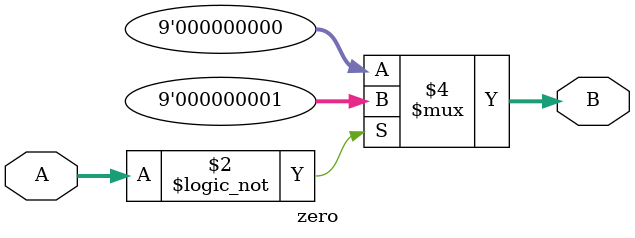
<source format=v>
`timescale 1ns / 1ps

module add_1bit(
    input wire A,
    input wire B,
    input wire Cin,
    output wire S,
    output wire Cout);

    assign S = (A ^ B) ^ Cin;
    assign Cout = ((A ^ B) & Cin) | (A & B);

endmodule

//testbench
module add1bit_tb();
    reg v;
    reg w;
    reg x;
    wire y;
    wire z;

    add_1bit tb0(
        .A(v),
        .B(w),
        .Cin(x),
        .S(y),
        .Cout(z));
        
    initial begin
        v = 0;
        w = 0;
        x = 0;
        #5
        v = 0;
        w = 1;
        x = 0;
        #5
        v = 0;
        w = 0;
        x = 1;
        #5
        v = 1;
        w = 1;
        x = 0;
        #5
        v = 1;
        w = 1;
        x = 1;
        #5
        $finish;

    end
endmodule

module add_9bit(
    input wire [8:0] A,
    input wire [8:0] B,
    input wire Cin,
    output wire [8:0] Sum,
    output wire Cout);

    wire C_add0;
    wire C_add1;
    wire C_add2;
    wire C_add3;
    wire C_add4;
    wire C_add5;
    wire C_add6;
    wire C_add7;

    add_1bit add0(
        .A(A[0]),
        .B(B[0]),
        .Cin(Cin),
        .S(Sum[0]),
        .Cout(C_add0));

    add_1bit add1(
        .A(A[1]),
        .B(B[1]),
        .Cin(C_add0),
        .S(Sum[1]),
        .Cout(C_add1));
        
    add_1bit add2(
        .A(A[2]),
        .B(B[2]),
        .Cin(C_add1),
        .S(Sum[2]),
        .Cout(C_add2));
        
    add_1bit add3(
        .A(A[3]),
        .B(B[3]),
        .Cin(C_add2),
        .S(Sum[3]),
        .Cout(C_add3));
        
    add_1bit add4(
        .A(A[4]),
        .B(B[4]),
        .Cin(C_add3),
        .S(Sum[4]),
        .Cout(C_add4));
        
    add_1bit add5(
        .A(A[5]),
        .B(B[5]),
        .Cin(C_add4),
        .S(Sum[5]),
        .Cout(C_add5));
        
    add_1bit add6(
        .A(A[6]),
        .B(B[6]),
        .Cin(C_add5),
        .S(Sum[6]),
        .Cout(C_add6));
        
    add_1bit add7(
        .A(A[7]),
        .B(B[7]),
        .Cin(C_add6),
        .S(Sum[7]),
        .Cout(C_add7));
        
    add_1bit add8(
        .A(A[8]),
        .B(B[8]),
        .Cin(C_add7),
        .S(Sum[8]),
        .Cout(Cout));

endmodule

//testbench
module add9bit_tb();
    reg [8:0] a,b;
    reg cin;
    wire [8:0] s;
    wire cout;

    add_9bit tb0(
        .A(a),
        .B(b),
        .Cin(cin),
        .Sum(s),
        .Cout(cout));
    
    
    initial begin
        a = 9'b000000000;
        b = 9'b000000000;
        cin = 0;
        #5
        a = 9'b000000001;
        b = 9'b000000000;
        cin = 0;
        #5
        a = 9'b000000000;
        b = 9'b000000001;
        cin = 1;
        #5
        a = 9'b000000001;
        b = 9'b000000001;
        cin = 0;
        #5
        a = 9'b000001000;
        b = 9'b000000001;
        cin = 1;
    end
endmodule

module and_9bit(
    input wire [8:0] A,
    input wire [8:0] B,
    output wire [8:0] C);

    assign C = A & B;

endmodule

//testbench
module and9bit_tb();
    reg [8:0] a,b;
    wire [8:0] c;

    and_9bit and0(
        .A(a),
        .B(b),
        .C(c));
    
    initial begin
        a = 9'b000000000;
        b = 9'b000000000;
        #5
        a = 9'b000000000;
        b = 9'b000000001;
        #5
        a = 9'b000000001;
        b = 9'b000000000;
        #5
        a = 9'b000000001;
        b = 9'b000000001;
        #5
        a = 9'b000100001;
        b = 9'b000000001;
        #5
        a = 9'b000100001;
        b = 9'b000100001;
        #5
        $finish;

    end
endmodule

module decoder (
    input wire en,
    input wire [1:0] index,
    output reg [3:0] regOut);
    
    always @(en, index)begin
        if(en == 1)begin
            case(index) 
            2'b00: regOut <= 4'b0001; 
            2'b01: regOut <= 4'b0010;
            2'b10: regOut <= 4'b0100;
            2'b11: regOut <= 4'b1000;
            default: regOut <= 4'bxxxx; 
        endcase 
        end
    end
endmodule

//testbench
module decoder_tb();
    reg enable;
    reg [1:0] indexIn;
    wire [3:0] regOut;

    decoder dec0(
        .en(enable),
        .index(indexIn),
        .regOut(regOut));
    
    initial begin
        enable = 0;
        indexIn = 2'b00;
        #5
        enable = 1;
        #5
        indexIn = 2'b01;
        #5
        indexIn = 2'b10;
        #5
        indexIn = 2'b11;
        #5
        $finish;

    end
endmodule

module gen_clock();
    reg clk;
    initial begin
        clk = 1'b0;
    end
    always begin
        #5 clk = ~clk; // Period to be determined
    end
endmodule

module less_than(
    input wire [8:0] A,B,
    output wire [8:0] C);
    
    wire [8:0] D;
    
    sub_9bit sub0(
        .A(A),
        .B(B),
        .C(D));
        
    assign C = {8'b00000000,D[8]};
    // 1 if A is less than B
    // 0 if B is greater than or equal to A
endmodule

module mux_2_1(
    input wire switch,
    input wire [8:0] A,B,
    output reg [8:0] out);
           
    always @(A,B,switch) begin
        case (switch)
            1'b0 : out = A;
            1'b1 : out = B;
            default : out = 9'bxxxxxxxxx;
        endcase
    end
endmodule

//testbench
module mux_2_1_tb();
    reg s;
    reg [8:0] a,b;
    wire [8:0] c;

    mux_2_1 tb0(
        .switch(s),
        .A(a),
        .B(b),
        .out(c));
    
    initial begin
        s = 0;
        a = 9'b000000101;
        b = 9'b000000000;
        #5
        s = 1;
        a = 9'b000000001;
        b = 9'b000100001;
        #5
        s = 0;
        a = 9'b000000000;
        b = 9'b000000001;
        #5
        s = 1;
        a = 9'b000000001;
        b = 9'b000000001;
        #5
        s = 0;
        a = 9'b000010001;
        b = 9'b000000001;
        #5
        s = 1;
        a = 9'b000010001;
        b = 9'b000010111;
        #5
        $finish;

    end
endmodule

module mux_4_1(input wire [1:0] switch,
           input wire [8:0] A,B,C,D,
           output reg [8:0] out);
           
    always @(A,B,C,D,switch) begin
        case (switch)
            2'b00 : out = A;
            2'b01 : out = B;
            2'b10 : out = C;
            2'b11 : out = D;
            default : out = 9'bxxxxxxxxx;
        endcase
    end

endmodule

//testbench
module mux_4_1_tb();
    reg [1:0] s;
    reg [8:0] a,b,c,d;
    wire [8:0] e;

    mux_4_1 tb0(
        .switch(s),
        .A(a),
        .B(b),
        .C(c),
        .D(d),
        .out(e));
    
    initial begin
        s = 2'b00;
        a = 9'b000000101;
        b = 9'b000111100;
        c = 9'b001001001;
        d = 9'b100000000;
        #5
        s = 2'b01;
        a = 9'b000000101;
        b = 9'b000111100;
        c = 9'b001001001;
        d = 9'b100000000;
        #5
        s = 2'b10;
        a = 9'b000000101;
        b = 9'b000111100;
        c = 9'b001001001;
        d = 9'b100000000;
        #5
        s = 2'b11;
        a = 9'b000000101;
        b = 9'b000111100;
        c = 9'b001001001;
        d = 9'b100000000;
        #5
        $finish;

    end
endmodule

module mux_8_1(
    input wire [2:0] switch,
    input wire [8:0] A,B,C,D,E,F,G,H,
    output reg [8:0] out);
           
    always @(A,B,C,D,E,F,G,H,switch) begin
        case (switch)
            3'b000 : out = A;
            3'b001 : out = B;
            3'b010 : out = C;
            3'b011 : out = D;
            3'b100 : out = E;
            3'b101 : out = F;
            3'b110 : out = G;
            3'b111 : out = H;
            default : out = 9'bxxxxxxxxx;
        endcase
    end
endmodule

//testbench
module mux_8_1_tb();
    reg [2:0] s;
    reg [8:0] a,b,c,d,e,f,g,h;
    wire [8:0] out;

    mux_8_1 tb0(
        .switch(s),
        .A(a),
        .B(b),
        .C(c),
        .D(d),
        .E(e),
        .F(f),
        .G(g),
        .H(h),
        .out(out));
    
    initial begin
        s = 3'b000;
        a = 9'b000000101;
        b = 9'b000111100;
        c = 9'b001001001;
        d = 9'b100110000;
        e = 9'b010000101;
        f = 9'b010111100;
        g = 9'b011001001;
        h = 9'b111000000;
        #5
        s = 3'b001;
        #5
        s = 3'b010;
        #5
        s = 3'b011;
        #5
        s = 3'b100;
        #5
        s = 3'b101;
        #5
        s = 3'b110;
        #5
        s = 3'b111;
        #5
        $finish;

    end
endmodule

module mux_16_1(
    input wire [3:0] switch,
    input wire [8:0] A,B,C,D,E,F,G,H,I,J,K,L,M,N,O,P,
    output reg [8:0] out);
           
    always @(A,B,C,D,E,F,G,H,switch) begin
        case (switch)
            4'b0000 : out = A;
            4'b0001 : out = B;
            4'b0010 : out = C;
            4'b0011 : out = D;
            4'b0100 : out = E;
            4'b0101 : out = F;
            4'b0110 : out = G;
            4'b0111 : out = H;
            4'b1000 : out = I;
            4'b1001 : out = J;
            4'b1010 : out = K;
            4'b1011 : out = L;
            4'b1100 : out = M;
            4'b1101 : out = N;
            4'b1110 : out = O;
            4'b1111 : out = P;
            default : out = 9'bxxxxxxxxx;
        endcase
    end
endmodule

//testbench
module mux_16_1_tb();
    reg [2:0] switch;
    reg [8:0] a,b,c,d,e,f,g,h,i,j,k,l,m,n,o,p;
    wire [8:0] out;

    mux_16_1 tb0(
        .switch(switch),
        .A(a),
        .B(b),
        .C(c),
        .D(d),
        .E(e),
        .F(f),
        .G(g),
        .H(h),
        .I(i),
        .J(j),
        .K(k),
        .L(l),
        .M(m),
        .N(n),
        .O(o),
        .P(p),
        .out(out));
    
    initial begin
        switch = 4'b0000;
        a = 9'b000000101;
        b = 9'b000111100;
        c = 9'b001001001;
        d = 9'b100110000;
        e = 9'b010000101;
        f = 9'b010111100;
        g = 9'b011001001;
        h = 9'b111000000;
        i = 9'b100100101;
        j = 9'b000001100;
        k = 9'b001001001;
        l = 9'b100110011;
        m = 9'b010111101;
        n = 9'b010110100;
        o = 9'b100101001;
        p = 9'b111001100;
        #5
        switch = 4'b0001;
        #5
        switch = 4'b0010;
        #5
        switch = 4'b0011;
        #5
        switch = 4'b0100;
        #5
        switch = 4'b0101;
        #5
        switch = 4'b0110;
        #5
        switch = 4'b0111;
        #5
        switch = 4'b1000;
        #5
        switch = 4'b1001;
        #5
        switch = 4'b1010;
        #5
        switch = 4'b1011;
        #5
        switch = 4'b1100;
        #5
        switch = 4'b1101;
        #5
        switch = 4'b1110;
        #5
        switch = 4'b1111;
        #5
        $finish;

    end
endmodule

module nor_9bit(
    input wire [8:0] A,
    input wire [8:0] B,
    output wire [8:0] C);
    
    assign C = ~(A | B);

endmodule

//testbench
module nor_9bit_tb();
    reg [8:0] a;
    reg [8:0] b;
    wire [8:0] c;

    nor_9bit nor0(
        .A(a),
        .B(b),
        .C(c));
    
    initial begin
        a = 9'b000000000;
        b = 9'b000000000;
        #5
        a = 9'b000000000;
        b = 9'b000000001;
        #5
        a = 9'b000000001;
        b = 9'b000000000;
        #5
        a = 9'b000000001;
        b = 9'b000000001;
        #5
        a = 9'b000100001;
        b = 9'b000000001;
        #5
        a = 9'b000100001;
        b = 9'b000100001;
        #5
        $finish;

    end
endmodule

module not_9bit(
    input wire [8:0] A,
    output wire [8:0] B);

    assign B = ~A;

endmodule

//testbench
module not_9bit_tb();
    reg [8:0] a;
    wire [8:0] b;

    not_9bit not0(
        .A(a),
        .B(b));
    
    initial begin
        a = 9'b000000000;
        #5
        a = 9'b000000001;
        #5
        a = 9'b000111000;
        #5
        a = 9'b010101010;
        #5
        a = 9'b101010101;
        #5
        a = 9'b111111111;
        #5
        a = 9'b100000001;
        #5
        $finish;

    end
endmodule

module or_9bit(
    input wire [8:0] A,
    input wire [8:0] B,
    output wire [8:0] C);
    
    assign C = A | B;

endmodule

//testbench
module or_9bit_tb();
    reg [8:0] a;
    reg [8:0] b;
    wire [8:0] c;

    or_9bit tb0(
        .A(a),
        .B(b),
        .C(c));
    
    initial begin
        a = 9'b000000000;
        b = 9'b000000000;
        #5
        a = 9'b111111111;
        b = 9'b111111111;
        #5
        a = 9'b111111111;
        b = 9'b000000000;
        #5
        a = 9'b000000000;
        b = 9'b111111111;
        #5
        a = 9'b000000000;
        b = 9'b111111111;
        #5
        a = 9'b010101010;
        b = 9'b111111111;
        #5
        a = 9'b010101010;
        b = 9'b101010101;
        #5
        a = 9'b000011111;
        b = 9'b111111111;
        #5
        a = 9'b000000000;
        b = 9'b000010000;
        #5
        $finish;

    end
endmodule

module register(
    input wire clk, reset,
    input wire En,
    input wire [8:0] Din,
    output reg [8:0] Dout);
                
    always @(posedge clk) begin
        if (reset == 1'b1) begin
            Dout = 9'b000000000;
        end
        else if (En == 1'b0) begin
            Dout = Din;
        end
        else begin
        Dout = Dout;
        end
    end
endmodule

//testbench
module register_tb();
    reg clk,reset;
    reg [1:0] En;
    reg [8:0] Din;
    wire [8:0] Dout;

    register tb0(
        .clk(clk),
        .reset(reset),
        .En(En),
        .Din(Din),
        .Dout(Dout));
    
    initial begin
        clk = 0;
        reset = 0;
        En = 2'b00;
        Din = 9'b000000000;
        #5
        clk = 1;
        #5
        clk = 0;
        reset = 0;
        En = 2'b00;
        Din = 9'b010101010;
        #5
        clk = 1;
        #5
        clk = 0;
        reset = 1;
        En = 2'b00;
        Din = 9'b010101010;
        #5
        clk = 1;
        #5
        clk = 0;
        reset = 0;
        En = 2'b01;
        Din = 9'b101010101;
        #5
        clk = 1;
        #5
        clk = 0;
        reset = 0;
        En = 2'b00;
        Din = 9'b000011111;
        #5
        clk = 1;
        #5
        clk = 0;
        #5
        $finish;

    end
endmodule 
    
module shift_left(
    input wire [8:0] A,
    output wire [8:0] B);
    
    assign B = {A[7:0],1'b0};

endmodule

//testbench
module shift_left_tb();
    reg [8:0] a;
    wire [8:0] b;

    shift_left tb0(
        .A(a),
        .B(b));
    
    initial begin
        a = 9'b000000000;
        #5
        a = 9'b000000001;
        #5
        a = 9'b000111000;
        #5
        a = 9'b010101010;
        #5
        a = 9'b101010101;
        #5
        a = 9'b111111111;
        #5
        a = 9'b100000001;
        #5
        $finish;

    end
endmodule

module shift_right_logical(
    input wire [8:0] A,
    output wire [8:0] B);
    
    assign B = {1'b0,A[8:1]};

endmodule

//testbench
module shift_right_logical_tb();
    reg [8:0] a;
    wire [8:0] b;

    shift_right_logical tb0(
        .A(a),
        .B(b));

    initial begin
        a = 9'b000000000;
        #5
        a = 9'b000000001;
        #5
        a = 9'b000111000;
        #5
        a = 9'b010101010;
        #5
        a = 9'b101010101;
        #5
        a = 9'b111111111;
        #5
        a = 9'b100000001;
        #5
        $finish;

    end
endmodule

module shift_right_arithmetic(
    input wire [8:0] A,
    output wire [8:0] B);
    
    assign B = {A[8],A[8:1]};

endmodule

//testbench
module shift_right_arithmetic_tb();
    reg [8:0] a;
    wire [8:0] b;

    shift_right_arithmetic tb0(
        .A(a),
        .B(b));

    initial begin
        a = 9'b000000000;
        #5
        a = 9'b000000001;
        #5
        a = 9'b000111000;
        #5
        a = 9'b010101010;
        #5
        a = 9'b101010101;
        #5
        a = 9'b111111111;
        #5
        a = 9'b100000001;
        #5
        $finish;

    end
endmodule

module sub_9bit(
    input wire [8:0] A,
    input wire [8:0] B,
    output wire [8:0] C);
    
    wire [8:0] D;
    
    twos_compliment_9bit two_comp0(
        .A(B),
        .B(D));
    
    add_9bit add0(
        .A(A),
        .B(D),
        .Cin(1'b0),
        .Sum(C));

endmodule

//testbench
module sub_9bit_tb();
    reg [8:0] a;
    reg [8:0] b;
    wire [8:0] c;

    sub_9bit tb0(
        .A(a),
        .B(b),
        .C(c));
    
    initial begin
        a = 9'b000000000;
        b = 9'b000000000;
        #5
        a = 9'b111111111;
        b = 9'b111111111;
        #5
        a = 9'b111111111;
        b = 9'b000000000;
        #5
        a = 9'b000000000;
        b = 9'b111111111;
        #5
        a = 9'b000000000;
        b = 9'b111111111;
        #5
        a = 9'b010101010;
        b = 9'b111111111;
        #5
        a = 9'b010101010;
        b = 9'b101010101;
        #5
        a = 9'b000011111;
        b = 9'b111111111;
        #5
        a = 9'b000000000;
        b = 9'b000010000;
        #5
        $finish;

    end
endmodule

module twos_compliment_9bit(
    input wire [8:0] A,
    output wire [8:0] B);
    
    wire [8:0] C;
    
    not_9bit not0(
        .A(A),
        .B(C));
        
    add_9bit add0(
        .A(C),
        .B(9'b000000000),
        .Cin(1'b1),
        .Sum(B));

endmodule

//testbench
module twos_compliment_tb();
    reg [8:0] a;
    wire [8:0] b;

    twos_compliment_9bit tb0(
        .A(a),
        .B(b));
    
    initial begin
        a = 9'b000000000;
        #5
        a = 9'b000000001;
        #5
        a = 9'b000111000;
        #5
        a = 9'b010101010;
        #5
        a = 9'b101010101;
        #5
        a = 9'b111111111;
        #5
        a = 9'b100000001;
        #5
        $finish;

    end
endmodule

module zero(
    input wire [8:0] A,
    output reg [8:0] B);
    
    always @(A) begin
        if(A == 9'b000000000)
            B = 9'b000000001;  // 1 if A is zero
        else
            B = 9'b000000000;  // 0 if A is non-zero
    end
endmodule
</source>
